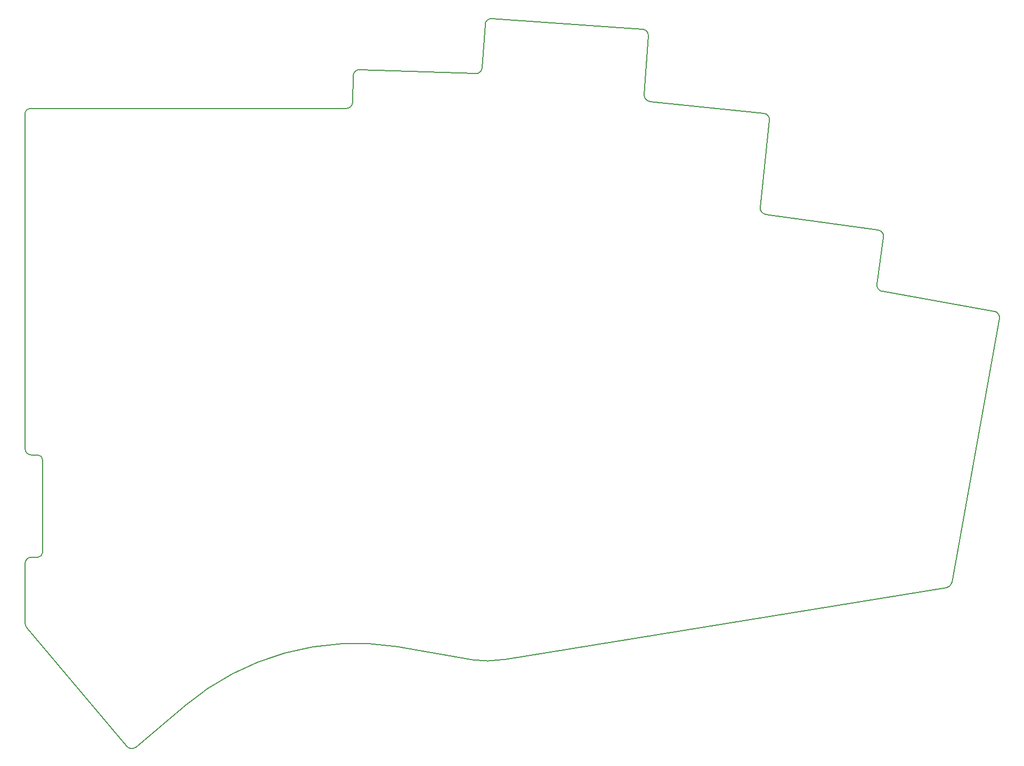
<source format=gbr>
%TF.GenerationSoftware,KiCad,Pcbnew,7.0.7*%
%TF.CreationDate,2023-12-03T19:38:24+01:00*%
%TF.ProjectId,nightliner,6e696768-746c-4696-9e65-722e6b696361,rev?*%
%TF.SameCoordinates,Original*%
%TF.FileFunction,Profile,NP*%
%FSLAX46Y46*%
G04 Gerber Fmt 4.6, Leading zero omitted, Abs format (unit mm)*
G04 Created by KiCad (PCBNEW 7.0.7) date 2023-12-03 19:38:24*
%MOMM*%
%LPD*%
G01*
G04 APERTURE LIST*
%TA.AperFunction,Profile*%
%ADD10C,0.200000*%
%TD*%
G04 APERTURE END LIST*
D10*
X182861816Y-113476002D02*
X190390096Y-71494061D01*
X53147497Y-139678942D02*
X60960048Y-133096061D01*
X153262542Y-54937204D02*
X171151478Y-57451330D01*
X133957234Y-35913003D02*
X134611882Y-26551099D01*
X38354039Y-93980060D02*
G75*
G03*
X37592048Y-93218061I-762039J-40D01*
G01*
X134850270Y-36977282D02*
X152974069Y-38882170D01*
X35560023Y-119888060D02*
G75*
G03*
X35814048Y-120650060I1270077J60D01*
G01*
X190390090Y-71494060D02*
G75*
G03*
X189578937Y-70335605I-984790J173660D01*
G01*
X106419499Y-125771315D02*
G75*
G03*
X111760048Y-125730060I2546501J16043315D01*
G01*
X134611927Y-26551102D02*
G75*
G03*
X133684075Y-25483778I-997627J69702D01*
G01*
X152407193Y-53842407D02*
X153864063Y-39981220D01*
X106419501Y-125771300D02*
X94847930Y-123710338D01*
X88755842Y-31914356D02*
X107160957Y-32557077D01*
X35560048Y-119888060D02*
X35560048Y-110490039D01*
X87629425Y-37084060D02*
X87721552Y-32878847D01*
X37592056Y-109474148D02*
G75*
G03*
X38354048Y-108712040I44J761948D01*
G01*
X172002598Y-58580775D02*
G75*
G03*
X171151478Y-57451331I-990398J139075D01*
G01*
X51738665Y-139555685D02*
G75*
G03*
X53147497Y-139678942I766035J642685D01*
G01*
X35814048Y-120650060D02*
X51738665Y-139555685D01*
X86614048Y-38099425D02*
G75*
G03*
X87629425Y-37084060I152J1015225D01*
G01*
X109742538Y-23809629D02*
G75*
G03*
X108675217Y-24737431I-69838J-997471D01*
G01*
X152407166Y-53842404D02*
G75*
G03*
X153262542Y-54937203I994434J-104596D01*
G01*
X170949916Y-66070817D02*
X172002573Y-58580771D01*
X170949940Y-66070821D02*
G75*
G03*
X171766536Y-67194798I990260J-139179D01*
G01*
X88755843Y-31914356D02*
G75*
G03*
X87721553Y-32878847I-34943J-999344D01*
G01*
X37592048Y-93218061D02*
X36576057Y-93218060D01*
X94847930Y-123710335D02*
G75*
G03*
X60960049Y-133096062I-6709880J-41643715D01*
G01*
X107160957Y-32557065D02*
G75*
G03*
X108193420Y-31627442I34743J999565D01*
G01*
X108193421Y-31627442D02*
X108675217Y-24737431D01*
X153864144Y-39981229D02*
G75*
G03*
X152974069Y-38882171I-994644J104429D01*
G01*
X35560048Y-92202060D02*
X35560048Y-38862061D01*
X182026248Y-114300061D02*
G75*
G03*
X182861815Y-113476002I-162248J1000161D01*
G01*
X133957261Y-35913005D02*
G75*
G03*
X134850270Y-36977282I997639J-69695D01*
G01*
X36576048Y-109474060D02*
X37592056Y-109474060D01*
X171766536Y-67194798D02*
X189578937Y-70335605D01*
X109742538Y-23809623D02*
X133684075Y-25483778D01*
X35560040Y-92202060D02*
G75*
G03*
X36576057Y-93218060I1015960J-40D01*
G01*
X36322059Y-38100060D02*
X86614048Y-38100059D01*
X36322059Y-38100148D02*
G75*
G03*
X35560048Y-38862061I41J-762052D01*
G01*
X36576048Y-109474048D02*
G75*
G03*
X35560048Y-110490039I152J-1016152D01*
G01*
X182026248Y-114300061D02*
X111760048Y-125730061D01*
X38354048Y-108712040D02*
X38354047Y-93980060D01*
M02*

</source>
